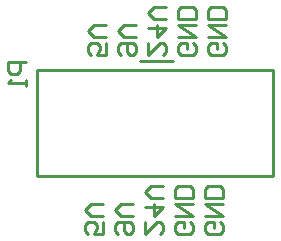
<source format=gbo>
%FSAX25Y25*%
%MOIN*%
G70*
G01*
G75*
G04 Layer_Color=32896*
%ADD10R,0.07480X0.08071*%
%ADD11R,0.05118X0.04331*%
%ADD12R,0.12402X0.08858*%
%ADD13C,0.10000*%
%ADD14C,0.05000*%
%ADD15R,0.11024X0.11024*%
G04:AMPARAMS|DCode=16|XSize=236.22mil|YSize=98.43mil|CornerRadius=24.61mil|HoleSize=0mil|Usage=FLASHONLY|Rotation=270.000|XOffset=0mil|YOffset=0mil|HoleType=Round|Shape=RoundedRectangle|*
%AMROUNDEDRECTD16*
21,1,0.23622,0.04921,0,0,270.0*
21,1,0.18701,0.09843,0,0,270.0*
1,1,0.04921,-0.02461,-0.09350*
1,1,0.04921,-0.02461,0.09350*
1,1,0.04921,0.02461,0.09350*
1,1,0.04921,0.02461,-0.09350*
%
%ADD16ROUNDEDRECTD16*%
%ADD17O,0.09843X0.21260*%
%ADD18O,0.19685X0.07874*%
G04:AMPARAMS|DCode=19|XSize=157.48mil|YSize=118.11mil|CornerRadius=29.53mil|HoleSize=0mil|Usage=FLASHONLY|Rotation=270.000|XOffset=0mil|YOffset=0mil|HoleType=Round|Shape=RoundedRectangle|*
%AMROUNDEDRECTD19*
21,1,0.15748,0.05906,0,0,270.0*
21,1,0.09843,0.11811,0,0,270.0*
1,1,0.05906,-0.02953,-0.04921*
1,1,0.05906,-0.02953,0.04921*
1,1,0.05906,0.02953,0.04921*
1,1,0.05906,0.02953,-0.04921*
%
%ADD19ROUNDEDRECTD19*%
%ADD20O,0.25590X0.07874*%
G04:AMPARAMS|DCode=21|XSize=236.22mil|YSize=98.43mil|CornerRadius=24.61mil|HoleSize=0mil|Usage=FLASHONLY|Rotation=0.000|XOffset=0mil|YOffset=0mil|HoleType=Round|Shape=RoundedRectangle|*
%AMROUNDEDRECTD21*
21,1,0.23622,0.04921,0,0,0.0*
21,1,0.18701,0.09843,0,0,0.0*
1,1,0.04921,0.09350,-0.02461*
1,1,0.04921,-0.09350,-0.02461*
1,1,0.04921,-0.09350,0.02461*
1,1,0.04921,0.09350,0.02461*
%
%ADD21ROUNDEDRECTD21*%
%ADD22O,0.21260X0.09843*%
%ADD23O,0.07874X0.19685*%
G04:AMPARAMS|DCode=24|XSize=157.48mil|YSize=118.11mil|CornerRadius=29.53mil|HoleSize=0mil|Usage=FLASHONLY|Rotation=0.000|XOffset=0mil|YOffset=0mil|HoleType=Round|Shape=RoundedRectangle|*
%AMROUNDEDRECTD24*
21,1,0.15748,0.05906,0,0,0.0*
21,1,0.09843,0.11811,0,0,0.0*
1,1,0.05906,0.04921,-0.02953*
1,1,0.05906,-0.04921,-0.02953*
1,1,0.05906,-0.04921,0.02953*
1,1,0.05906,0.04921,0.02953*
%
%ADD24ROUNDEDRECTD24*%
%ADD25O,0.07874X0.25590*%
%ADD26R,0.15748X0.19685*%
%ADD27R,0.05906X0.09843*%
%ADD28C,0.06000*%
%ADD29C,0.25000*%
%ADD30R,0.05906X0.05906*%
%ADD31C,0.05906*%
%ADD32R,0.06394X0.06394*%
%ADD33C,0.07087*%
%ADD34C,0.00500*%
%ADD35C,0.00787*%
%ADD36C,0.00984*%
%ADD37C,0.01000*%
%ADD38C,0.00800*%
%ADD39C,0.01200*%
%ADD40C,0.01600*%
%ADD41R,0.13500X0.22500*%
%ADD42R,0.18500X0.21000*%
%ADD43R,0.08280X0.08871*%
%ADD44R,0.05918X0.05131*%
%ADD45R,0.13202X0.09658*%
%ADD46R,0.11824X0.11824*%
G04:AMPARAMS|DCode=47|XSize=244.22mil|YSize=106.42mil|CornerRadius=28.61mil|HoleSize=0mil|Usage=FLASHONLY|Rotation=270.000|XOffset=0mil|YOffset=0mil|HoleType=Round|Shape=RoundedRectangle|*
%AMROUNDEDRECTD47*
21,1,0.24422,0.04921,0,0,270.0*
21,1,0.18701,0.10642,0,0,270.0*
1,1,0.05721,-0.02461,-0.09350*
1,1,0.05721,-0.02461,0.09350*
1,1,0.05721,0.02461,0.09350*
1,1,0.05721,0.02461,-0.09350*
%
%ADD47ROUNDEDRECTD47*%
%ADD48O,0.10642X0.22060*%
%ADD49O,0.20485X0.08674*%
G04:AMPARAMS|DCode=50|XSize=165.48mil|YSize=126.11mil|CornerRadius=33.53mil|HoleSize=0mil|Usage=FLASHONLY|Rotation=270.000|XOffset=0mil|YOffset=0mil|HoleType=Round|Shape=RoundedRectangle|*
%AMROUNDEDRECTD50*
21,1,0.16548,0.05906,0,0,270.0*
21,1,0.09843,0.12611,0,0,270.0*
1,1,0.06706,-0.02953,-0.04921*
1,1,0.06706,-0.02953,0.04921*
1,1,0.06706,0.02953,0.04921*
1,1,0.06706,0.02953,-0.04921*
%
%ADD50ROUNDEDRECTD50*%
%ADD51O,0.26391X0.08674*%
G04:AMPARAMS|DCode=52|XSize=244.22mil|YSize=106.42mil|CornerRadius=28.61mil|HoleSize=0mil|Usage=FLASHONLY|Rotation=0.000|XOffset=0mil|YOffset=0mil|HoleType=Round|Shape=RoundedRectangle|*
%AMROUNDEDRECTD52*
21,1,0.24422,0.04921,0,0,0.0*
21,1,0.18701,0.10642,0,0,0.0*
1,1,0.05721,0.09350,-0.02461*
1,1,0.05721,-0.09350,-0.02461*
1,1,0.05721,-0.09350,0.02461*
1,1,0.05721,0.09350,0.02461*
%
%ADD52ROUNDEDRECTD52*%
%ADD53O,0.22060X0.10642*%
%ADD54O,0.08674X0.20485*%
G04:AMPARAMS|DCode=55|XSize=165.48mil|YSize=126.11mil|CornerRadius=33.53mil|HoleSize=0mil|Usage=FLASHONLY|Rotation=0.000|XOffset=0mil|YOffset=0mil|HoleType=Round|Shape=RoundedRectangle|*
%AMROUNDEDRECTD55*
21,1,0.16548,0.05906,0,0,0.0*
21,1,0.09843,0.12611,0,0,0.0*
1,1,0.06706,0.04921,-0.02953*
1,1,0.06706,-0.04921,-0.02953*
1,1,0.06706,-0.04921,0.02953*
1,1,0.06706,0.04921,0.02953*
%
%ADD55ROUNDEDRECTD55*%
%ADD56O,0.08674X0.26391*%
%ADD57R,0.16548X0.20485*%
%ADD58R,0.06706X0.10642*%
%ADD59C,0.06800*%
%ADD60C,0.25800*%
%ADD61R,0.06706X0.06706*%
%ADD62C,0.06706*%
%ADD63R,0.07194X0.07194*%
%ADD64C,0.07887*%
D37*
X0580268Y0452043D02*
X0659008D01*
Y0416709D02*
Y0452043D01*
X0580268Y0416610D02*
X0659008D01*
X0580268D02*
Y0452043D01*
X0614815Y0455193D02*
X0625839D01*
X0576788Y0454677D02*
X0570790D01*
Y0451678D01*
X0571789Y0450678D01*
X0573789D01*
X0574788Y0451678D01*
Y0454677D01*
X0576788Y0448679D02*
Y0446679D01*
Y0447679D01*
X0570790D01*
X0571789Y0448679D01*
X0642498Y0460999D02*
X0643498Y0459999D01*
Y0458000D01*
X0642498Y0457000D01*
X0638500D01*
X0637500Y0458000D01*
Y0459999D01*
X0638500Y0460999D01*
X0640499D01*
Y0458999D01*
X0637500Y0462998D02*
X0643498D01*
X0637500Y0466997D01*
X0643498D01*
Y0468996D02*
X0637500D01*
Y0471995D01*
X0638500Y0472995D01*
X0642498D01*
X0643498Y0471995D01*
Y0468996D01*
X0632498Y0460999D02*
X0633498Y0459999D01*
Y0458000D01*
X0632498Y0457000D01*
X0628500D01*
X0627500Y0458000D01*
Y0459999D01*
X0628500Y0460999D01*
X0630499D01*
Y0458999D01*
X0627500Y0462998D02*
X0633498D01*
X0627500Y0466997D01*
X0633498D01*
Y0468996D02*
X0627500D01*
Y0471995D01*
X0628500Y0472995D01*
X0632498D01*
X0633498Y0471995D01*
Y0468996D01*
X0617500Y0460999D02*
Y0457000D01*
X0621499Y0460999D01*
X0622498D01*
X0623498Y0459999D01*
Y0458000D01*
X0622498Y0457000D01*
X0617500Y0465997D02*
X0623498D01*
X0620499Y0462998D01*
Y0466997D01*
X0623498Y0468996D02*
X0619499D01*
X0617500Y0470996D01*
X0619499Y0472995D01*
X0623498D01*
X0608500Y0457000D02*
X0607500Y0458000D01*
Y0459999D01*
X0608500Y0460999D01*
X0612498D01*
X0613498Y0459999D01*
Y0458000D01*
X0612498Y0457000D01*
X0611499D01*
X0610499Y0458000D01*
Y0460999D01*
X0613498Y0462998D02*
X0609499D01*
X0607500Y0464997D01*
X0609499Y0466997D01*
X0613498D01*
X0603498Y0460999D02*
Y0457000D01*
X0600499D01*
X0601499Y0458999D01*
Y0459999D01*
X0600499Y0460999D01*
X0598500D01*
X0597500Y0459999D01*
Y0458000D01*
X0598500Y0457000D01*
X0603498Y0462998D02*
X0599499D01*
X0597500Y0464997D01*
X0599499Y0466997D01*
X0603498D01*
X0602498Y0401499D02*
Y0397500D01*
X0599499D01*
X0600499Y0399499D01*
Y0400499D01*
X0599499Y0401499D01*
X0597500D01*
X0596500Y0400499D01*
Y0398500D01*
X0597500Y0397500D01*
X0602498Y0403498D02*
X0598499D01*
X0596500Y0405497D01*
X0598499Y0407497D01*
X0602498D01*
X0607500Y0397500D02*
X0606500Y0398500D01*
Y0400499D01*
X0607500Y0401499D01*
X0611498D01*
X0612498Y0400499D01*
Y0398500D01*
X0611498Y0397500D01*
X0610499D01*
X0609499Y0398500D01*
Y0401499D01*
X0612498Y0403498D02*
X0608499D01*
X0606500Y0405497D01*
X0608499Y0407497D01*
X0612498D01*
X0616500Y0401499D02*
Y0397500D01*
X0620499Y0401499D01*
X0621498D01*
X0622498Y0400499D01*
Y0398500D01*
X0621498Y0397500D01*
X0616500Y0406497D02*
X0622498D01*
X0619499Y0403498D01*
Y0407497D01*
X0622498Y0409496D02*
X0618499D01*
X0616500Y0411495D01*
X0618499Y0413495D01*
X0622498D01*
X0631498Y0401499D02*
X0632498Y0400499D01*
Y0398500D01*
X0631498Y0397500D01*
X0627500D01*
X0626500Y0398500D01*
Y0400499D01*
X0627500Y0401499D01*
X0629499D01*
Y0399499D01*
X0626500Y0403498D02*
X0632498D01*
X0626500Y0407497D01*
X0632498D01*
Y0409496D02*
X0626500D01*
Y0412495D01*
X0627500Y0413495D01*
X0631498D01*
X0632498Y0412495D01*
Y0409496D01*
X0641498Y0401499D02*
X0642498Y0400499D01*
Y0398500D01*
X0641498Y0397500D01*
X0637500D01*
X0636500Y0398500D01*
Y0400499D01*
X0637500Y0401499D01*
X0639499D01*
Y0399499D01*
X0636500Y0403498D02*
X0642498D01*
X0636500Y0407497D01*
X0642498D01*
Y0409496D02*
X0636500D01*
Y0412495D01*
X0637500Y0413495D01*
X0641498D01*
X0642498Y0412495D01*
Y0409496D01*
M02*

</source>
